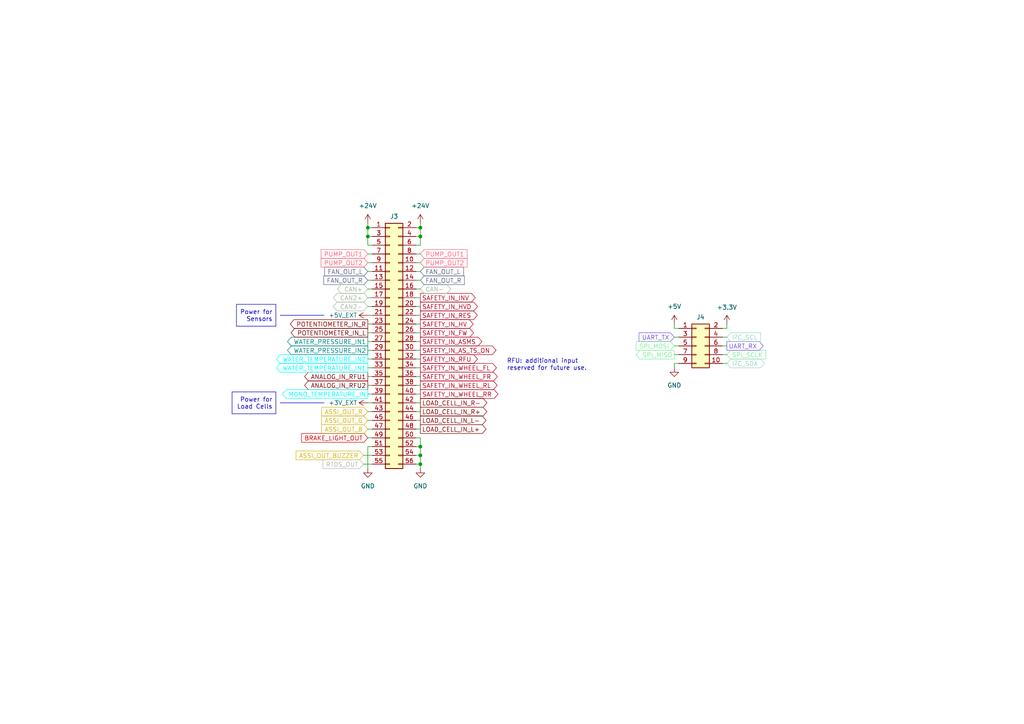
<source format=kicad_sch>
(kicad_sch (version 20230121) (generator eeschema)
  (paper "A4")
  (title_block (title "Connectors") (date "2023-11-17") (rev "${REVISION}") (company "Author: I. Kajdan") (comment 1 "Reviewer:"))
  (lib_symbols
    (symbol "Connector_Generic:Conn_02x05_Odd_Even" (pin_names (offset 1.016) hide)
      (property "Reference" "J" (at 1.27 7.62 0))
      (property "Value" "Conn_02x05_Odd_Even" (at 1.27 -7.62 0))
      (symbol "Conn_02x05_Odd_Even_1_1"
        (rectangle (start -1.27 -4.953) (end 0 -5.207) (stroke (width 0.1524)))
        (rectangle (start -1.27 -2.413) (end 0 -2.667) (stroke (width 0.1524)))
        (rectangle (start -1.27 0.127) (end 0 -0.127) (stroke (width 0.1524)))
        (rectangle (start -1.27 2.667) (end 0 2.413) (stroke (width 0.1524)))
        (rectangle (start -1.27 5.207) (end 0 4.953) (stroke (width 0.1524)))
        (rectangle (start -1.27 6.35) (end 3.81 -6.35) (stroke (width 0.254)) (fill (type background)))
        (rectangle (start 3.81 -4.953) (end 2.54 -5.207) (stroke (width 0.1524)))
        (rectangle (start 3.81 -2.413) (end 2.54 -2.667) (stroke (width 0.1524)))
        (rectangle (start 3.81 0.127) (end 2.54 -0.127) (stroke (width 0.1524)))
        (rectangle (start 3.81 2.667) (end 2.54 2.413) (stroke (width 0.1524)))
        (rectangle (start 3.81 5.207) (end 2.54 4.953) (stroke (width 0.1524)))
        (pin passive line (at -5.08 5.08 0) (length 3.81) (name "Pin_1") (number "1"))
        (pin passive line (at 7.62 -5.08 180) (length 3.81) (name "Pin_10") (number "10"))
        (pin passive line (at 7.62 5.08 180) (length 3.81) (name "Pin_2") (number "2"))
        (pin passive line (at -5.08 2.54 0) (length 3.81) (name "Pin_3") (number "3"))
        (pin passive line (at 7.62 2.54 180) (length 3.81) (name "Pin_4") (number "4"))
        (pin passive line (at -5.08 0 0) (length 3.81) (name "Pin_5") (number "5"))
        (pin passive line (at 7.62 0 180) (length 3.81) (name "Pin_6") (number "6"))
        (pin passive line (at -5.08 -2.54 0) (length 3.81) (name "Pin_7") (number "7"))
        (pin passive line (at 7.62 -2.54 180) (length 3.81) (name "Pin_8") (number "8"))
        (pin passive line (at -5.08 -5.08 0) (length 3.81) (name "Pin_9") (number "9"))
      )
    )
    (symbol "Connector_Generic:Conn_02x28_Odd_Even" (pin_names (offset 1.016) hide)
      (property "Reference" "J" (at 1.27 35.56 0))
      (property "Value" "Conn_02x28_Odd_Even" (at 1.27 -38.1 0))
      (symbol "Conn_02x28_Odd_Even_1_1"
        (rectangle (start -1.27 -35.433) (end 0 -35.687) (stroke (width 0.1524)))
        (rectangle (start -1.27 -32.893) (end 0 -33.147) (stroke (width 0.1524)))
        (rectangle (start -1.27 -30.353) (end 0 -30.607) (stroke (width 0.1524)))
        (rectangle (start -1.27 -27.813) (end 0 -28.067) (stroke (width 0.1524)))
        (rectangle (start -1.27 -25.273) (end 0 -25.527) (stroke (width 0.1524)))
        (rectangle (start -1.27 -22.733) (end 0 -22.987) (stroke (width 0.1524)))
        (rectangle (start -1.27 -20.193) (end 0 -20.447) (stroke (width 0.1524)))
        (rectangle (start -1.27 -17.653) (end 0 -17.907) (stroke (width 0.1524)))
        (rectangle (start -1.27 -15.113) (end 0 -15.367) (stroke (width 0.1524)))
        (rectangle (start -1.27 -12.573) (end 0 -12.827) (stroke (width 0.1524)))
        (rectangle (start -1.27 -10.033) (end 0 -10.287) (stroke (width 0.1524)))
        (rectangle (start -1.27 -7.493) (end 0 -7.747) (stroke (width 0.1524)))
        (rectangle (start -1.27 -4.953) (end 0 -5.207) (stroke (width 0.1524)))
        (rectangle (start -1.27 -2.413) (end 0 -2.667) (stroke (width 0.1524)))
        (rectangle (start -1.27 0.127) (end 0 -0.127) (stroke (width 0.1524)))
        (rectangle (start -1.27 2.667) (end 0 2.413) (stroke (width 0.1524)))
        (rectangle (start -1.27 5.207) (end 0 4.953) (stroke (width 0.1524)))
        (rectangle (start -1.27 7.747) (end 0 7.493) (stroke (width 0.1524)))
        (rectangle (start -1.27 10.287) (end 0 10.033) (stroke (width 0.1524)))
        (rectangle (start -1.27 12.827) (end 0 12.573) (stroke (width 0.1524)))
        (rectangle (start -1.27 15.367) (end 0 15.113) (stroke (width 0.1524)))
        (rectangle (start -1.27 17.907) (end 0 17.653) (stroke (width 0.1524)))
        (rectangle (start -1.27 20.447) (end 0 20.193) (stroke (width 0.1524)))
        (rectangle (start -1.27 22.987) (end 0 22.733) (stroke (width 0.1524)))
        (rectangle (start -1.27 25.527) (end 0 25.273) (stroke (width 0.1524)))
        (rectangle (start -1.27 28.067) (end 0 27.813) (stroke (width 0.1524)))
        (rectangle (start -1.27 30.607) (end 0 30.353) (stroke (width 0.1524)))
        (rectangle (start -1.27 33.147) (end 0 32.893) (stroke (width 0.1524)))
        (rectangle (start -1.27 34.29) (end 3.81 -36.83) (stroke (width 0.254)) (fill (type background)))
        (rectangle (start 3.81 -35.433) (end 2.54 -35.687) (stroke (width 0.1524)))
        (rectangle (start 3.81 -32.893) (end 2.54 -33.147) (stroke (width 0.1524)))
        (rectangle (start 3.81 -30.353) (end 2.54 -30.607) (stroke (width 0.1524)))
        (rectangle (start 3.81 -27.813) (end 2.54 -28.067) (stroke (width 0.1524)))
        (rectangle (start 3.81 -25.273) (end 2.54 -25.527) (stroke (width 0.1524)))
        (rectangle (start 3.81 -22.733) (end 2.54 -22.987) (stroke (width 0.1524)))
        (rectangle (start 3.81 -20.193) (end 2.54 -20.447) (stroke (width 0.1524)))
        (rectangle (start 3.81 -17.653) (end 2.54 -17.907) (stroke (width 0.1524)))
        (rectangle (start 3.81 -15.113) (end 2.54 -15.367) (stroke (width 0.1524)))
        (rectangle (start 3.81 -12.573) (end 2.54 -12.827) (stroke (width 0.1524)))
        (rectangle (start 3.81 -10.033) (end 2.54 -10.287) (stroke (width 0.1524)))
        (rectangle (start 3.81 -7.493) (end 2.54 -7.747) (stroke (width 0.1524)))
        (rectangle (start 3.81 -4.953) (end 2.54 -5.207) (stroke (width 0.1524)))
        (rectangle (start 3.81 -2.413) (end 2.54 -2.667) (stroke (width 0.1524)))
        (rectangle (start 3.81 0.127) (end 2.54 -0.127) (stroke (width 0.1524)))
        (rectangle (start 3.81 2.667) (end 2.54 2.413) (stroke (width 0.1524)))
        (rectangle (start 3.81 5.207) (end 2.54 4.953) (stroke (width 0.1524)))
        (rectangle (start 3.81 7.747) (end 2.54 7.493) (stroke (width 0.1524)))
        (rectangle (start 3.81 10.287) (end 2.54 10.033) (stroke (width 0.1524)))
        (rectangle (start 3.81 12.827) (end 2.54 12.573) (stroke (width 0.1524)))
        (rectangle (start 3.81 15.367) (end 2.54 15.113) (stroke (width 0.1524)))
        (rectangle (start 3.81 17.907) (end 2.54 17.653) (stroke (width 0.1524)))
        (rectangle (start 3.81 20.447) (end 2.54 20.193) (stroke (width 0.1524)))
        (rectangle (start 3.81 22.987) (end 2.54 22.733) (stroke (width 0.1524)))
        (rectangle (start 3.81 25.527) (end 2.54 25.273) (stroke (width 0.1524)))
        (rectangle (start 3.81 28.067) (end 2.54 27.813) (stroke (width 0.1524)))
        (rectangle (start 3.81 30.607) (end 2.54 30.353) (stroke (width 0.1524)))
        (rectangle (start 3.81 33.147) (end 2.54 32.893) (stroke (width 0.1524)))
        (pin passive line (at -5.08 33.02 0) (length 3.81) (name "Pin_1") (number "1"))
        (pin passive line (at 7.62 22.86 180) (length 3.81) (name "Pin_10") (number "10"))
        (pin passive line (at -5.08 20.32 0) (length 3.81) (name "Pin_11") (number "11"))
        (pin passive line (at 7.62 20.32 180) (length 3.81) (name "Pin_12") (number "12"))
        (pin passive line (at -5.08 17.78 0) (length 3.81) (name "Pin_13") (number "13"))
        (pin passive line (at 7.62 17.78 180) (length 3.81) (name "Pin_14") (number "14"))
        (pin passive line (at -5.08 15.24 0) (length 3.81) (name "Pin_15") (number "15"))
        (pin passive line (at 7.62 15.24 180) (length 3.81) (name "Pin_16") (number "16"))
        (pin passive line (at -5.08 12.7 0) (length 3.81) (name "Pin_17") (number "17"))
        (pin passive line (at 7.62 12.7 180) (length 3.81) (name "Pin_18") (number "18"))
        (pin passive line (at -5.08 10.16 0) (length 3.81) (name "Pin_19") (number "19"))
        (pin passive line (at 7.62 33.02 180) (length 3.81) (name "Pin_2") (number "2"))
        (pin passive line (at 7.62 10.16 180) (length 3.81) (name "Pin_20") (number "20"))
        (pin passive line (at -5.08 7.62 0) (length 3.81) (name "Pin_21") (number "21"))
        (pin passive line (at 7.62 7.62 180) (length 3.81) (name "Pin_22") (number "22"))
        (pin passive line (at -5.08 5.08 0) (length 3.81) (name "Pin_23") (number "23"))
        (pin passive line (at 7.62 5.08 180) (length 3.81) (name "Pin_24") (number "24"))
        (pin passive line (at -5.08 2.54 0) (length 3.81) (name "Pin_25") (number "25"))
        (pin passive line (at 7.62 2.54 180) (length 3.81) (name "Pin_26") (number "26"))
        (pin passive line (at -5.08 0 0) (length 3.81) (name "Pin_27") (number "27"))
        (pin passive line (at 7.62 0 180) (length 3.81) (name "Pin_28") (number "28"))
        (pin passive line (at -5.08 -2.54 0) (length 3.81) (name "Pin_29") (number "29"))
        (pin passive line (at -5.08 30.48 0) (length 3.81) (name "Pin_3") (number "3"))
        (pin passive line (at 7.62 -2.54 180) (length 3.81) (name "Pin_30") (number "30"))
        (pin passive line (at -5.08 -5.08 0) (length 3.81) (name "Pin_31") (number "31"))
        (pin passive line (at 7.62 -5.08 180) (length 3.81) (name "Pin_32") (number "32"))
        (pin passive line (at -5.08 -7.62 0) (length 3.81) (name "Pin_33") (number "33"))
        (pin passive line (at 7.62 -7.62 180) (length 3.81) (name "Pin_34") (number "34"))
        (pin passive line (at -5.08 -10.16 0) (length 3.81) (name "Pin_35") (number "35"))
        (pin passive line (at 7.62 -10.16 180) (length 3.81) (name "Pin_36") (number "36"))
        (pin passive line (at -5.08 -12.7 0) (length 3.81) (name "Pin_37") (number "37"))
        (pin passive line (at 7.62 -12.7 180) (length 3.81) (name "Pin_38") (number "38"))
        (pin passive line (at -5.08 -15.24 0) (length 3.81) (name "Pin_39") (number "39"))
        (pin passive line (at 7.62 30.48 180) (length 3.81) (name "Pin_4") (number "4"))
        (pin passive line (at 7.62 -15.24 180) (length 3.81) (name "Pin_40") (number "40"))
        (pin passive line (at -5.08 -17.78 0) (length 3.81) (name "Pin_41") (number "41"))
        (pin passive line (at 7.62 -17.78 180) (length 3.81) (name "Pin_42") (number "42"))
        (pin passive line (at -5.08 -20.32 0) (length 3.81) (name "Pin_43") (number "43"))
        (pin passive line (at 7.62 -20.32 180) (length 3.81) (name "Pin_44") (number "44"))
        (pin passive line (at -5.08 -22.86 0) (length 3.81) (name "Pin_45") (number "45"))
        (pin passive line (at 7.62 -22.86 180) (length 3.81) (name "Pin_46") (number "46"))
        (pin passive line (at -5.08 -25.4 0) (length 3.81) (name "Pin_47") (number "47"))
        (pin passive line (at 7.62 -25.4 180) (length 3.81) (name "Pin_48") (number "48"))
        (pin passive line (at -5.08 -27.94 0) (length 3.81) (name "Pin_49") (number "49"))
        (pin passive line (at -5.08 27.94 0) (length 3.81) (name "Pin_5") (number "5"))
        (pin passive line (at 7.62 -27.94 180) (length 3.81) (name "Pin_50") (number "50"))
        (pin passive line (at -5.08 -30.48 0) (length 3.81) (name "Pin_51") (number "51"))
        (pin passive line (at 7.62 -30.48 180) (length 3.81) (name "Pin_52") (number "52"))
        (pin passive line (at -5.08 -33.02 0) (length 3.81) (name "Pin_53") (number "53"))
        (pin passive line (at 7.62 -33.02 180) (length 3.81) (name "Pin_54") (number "54"))
        (pin passive line (at -5.08 -35.56 0) (length 3.81) (name "Pin_55") (number "55"))
        (pin passive line (at 7.62 -35.56 180) (length 3.81) (name "Pin_56") (number "56"))
        (pin passive line (at 7.62 27.94 180) (length 3.81) (name "Pin_6") (number "6"))
        (pin passive line (at -5.08 25.4 0) (length 3.81) (name "Pin_7") (number "7"))
        (pin passive line (at 7.62 25.4 180) (length 3.81) (name "Pin_8") (number "8"))
        (pin passive line (at -5.08 22.86 0) (length 3.81) (name "Pin_9") (number "9"))
      )
    )
    (symbol "Power_Ports:+3V_EXT" (power) (pin_names (offset 0))
      (property "Value" "+3V_EXT" (at 0 5.08 0))
      (symbol "+3V_EXT_0_1"
        (polyline (pts (xy -0.762 1.27) (xy 0 2.54)))
        (polyline (pts (xy 0 0) (xy 0 2.54)))
        (polyline (pts (xy 0 2.54) (xy 0.762 1.27)))
      )
      (symbol "+3V_EXT_1_1"
        (pin power_in line (at 0 0 90) (length 0) hide (name "+3V_EXT") (number "1"))
      )
    )
    (symbol "Power_Ports:+5V_EXT" (power) (pin_names (offset 0))
      (property "Value" "+5V_EXT" (at 0 5.08 0))
      (symbol "+5V_EXT_0_1"
        (polyline (pts (xy -0.762 1.27) (xy 0 2.54)))
        (polyline (pts (xy 0 0) (xy 0 2.54)))
        (polyline (pts (xy 0 2.54) (xy 0.762 1.27)))
      )
      (symbol "+5V_EXT_1_1"
        (pin power_in line (at 0 0 90) (length 0) hide (name "+5V_EXT") (number "1"))
      )
    )
    (symbol "power:+24V" (power) (pin_names (offset 0))
      (property "Value" "+24V" (at 0 3.556 0))
      (symbol "+24V_0_1"
        (polyline (pts (xy -0.762 1.27) (xy 0 2.54)))
        (polyline (pts (xy 0 0) (xy 0 2.54)))
        (polyline (pts (xy 0 2.54) (xy 0.762 1.27)))
      )
      (symbol "+24V_1_1"
        (pin power_in line (at 0 0 90) (length 0) hide (name "+24V") (number "1"))
      )
    )
    (symbol "power:+3.3V" (power) (pin_names (offset 0))
      (property "Value" "+3.3V" (at 0 3.556 0))
      (symbol "+3.3V_0_1"
        (polyline (pts (xy -0.762 1.27) (xy 0 2.54)))
        (polyline (pts (xy 0 0) (xy 0 2.54)))
        (polyline (pts (xy 0 2.54) (xy 0.762 1.27)))
      )
      (symbol "+3.3V_1_1"
        (pin power_in line (at 0 0 90) (length 0) hide (name "+3.3V") (number "1"))
      )
    )
    (symbol "power:+5V" (power) (pin_names (offset 0))
      (property "Value" "+5V" (at 0 3.556 0))
      (symbol "+5V_0_1"
        (polyline (pts (xy -0.762 1.27) (xy 0 2.54)))
        (polyline (pts (xy 0 0) (xy 0 2.54)))
        (polyline (pts (xy 0 2.54) (xy 0.762 1.27)))
      )
      (symbol "+5V_1_1"
        (pin power_in line (at 0 0 90) (length 0) hide (name "+5V") (number "1"))
      )
    )
    (symbol "power:GND" (power) (pin_names (offset 0))
      (property "Value" "GND" (at 0 -3.81 0))
      (symbol "GND_0_1"
        (polyline (pts (xy 0 0) (xy 0 -1.27) (xy 1.27 -1.27) (xy 0 -2.54) (xy -1.27 -1.27) (xy 0 -1.27)))
      )
      (symbol "GND_1_1"
        (pin power_in line (at 0 0 270) (length 0) hide (name "GND") (number "1"))
      )
    )
  )
  (junction (at 121.92 68.58))
  (junction (at 121.92 134.62))
  (junction (at 121.92 129.54))
  (junction (at 121.92 66.04))
  (junction (at 106.68 68.58))
  (junction (at 121.92 132.08))
  (junction (at 106.68 66.04))
  (wire (pts (xy 195.58 97.79) (xy 196.85 97.79)))
  (polyline (pts (xy 93.98 91.44) (xy 81.28 91.44)))
  (wire (pts (xy 195.58 105.41) (xy 196.85 105.41)))
  (wire (pts (xy 120.65 116.84) (xy 121.92 116.84)))
  (wire (pts (xy 106.68 109.22) (xy 107.95 109.22)))
  (wire (pts (xy 106.68 78.74) (xy 107.95 78.74)))
  (wire (pts (xy 120.65 86.36) (xy 121.92 86.36)))
  (wire (pts (xy 120.65 73.66) (xy 121.92 73.66)))
  (wire (pts (xy 121.92 127) (xy 121.92 129.54)))
  (wire (pts (xy 121.92 135.89) (xy 121.92 134.62)))
  (wire (pts (xy 105.41 134.62) (xy 107.95 134.62)))
  (wire (pts (xy 120.65 99.06) (xy 121.92 99.06)))
  (wire (pts (xy 106.68 81.28) (xy 107.95 81.28)))
  (wire (pts (xy 120.65 71.12) (xy 121.92 71.12)))
  (wire (pts (xy 210.82 97.79) (xy 209.55 97.79)))
  (wire (pts (xy 106.68 99.06) (xy 107.95 99.06)))
  (wire (pts (xy 120.65 106.68) (xy 121.92 106.68)))
  (wire (pts (xy 106.68 76.2) (xy 107.95 76.2)))
  (wire (pts (xy 120.65 124.46) (xy 121.92 124.46)))
  (wire (pts (xy 106.68 86.36) (xy 107.95 86.36)))
  (wire (pts (xy 120.65 91.44) (xy 121.92 91.44)))
  (wire (pts (xy 121.92 121.92) (xy 120.65 121.92)))
  (wire (pts (xy 210.82 95.25) (xy 209.55 95.25)))
  (wire (pts (xy 120.65 104.14) (xy 121.92 104.14)))
  (wire (pts (xy 121.92 129.54) (xy 120.65 129.54)))
  (wire (pts (xy 121.92 127) (xy 120.65 127)))
  (wire (pts (xy 106.68 91.44) (xy 107.95 91.44)))
  (wire (pts (xy 121.92 66.04) (xy 120.65 66.04)))
  (wire (pts (xy 120.65 68.58) (xy 121.92 68.58)))
  (wire (pts (xy 121.92 68.58) (xy 121.92 66.04)))
  (wire (pts (xy 106.68 114.3) (xy 107.95 114.3)))
  (wire (pts (xy 121.92 78.74) (xy 120.65 78.74)))
  (wire (pts (xy 107.95 71.12) (xy 106.68 71.12)))
  (wire (pts (xy 120.65 132.08) (xy 121.92 132.08)))
  (wire (pts (xy 121.92 119.38) (xy 120.65 119.38)))
  (wire (pts (xy 106.68 93.98) (xy 107.95 93.98)))
  (wire (pts (xy 120.65 83.82) (xy 121.92 83.82)))
  (wire (pts (xy 106.68 106.68) (xy 107.95 106.68)))
  (wire (pts (xy 106.68 96.52) (xy 107.95 96.52)))
  (wire (pts (xy 106.68 127) (xy 107.95 127)))
  (wire (pts (xy 106.68 73.66) (xy 107.95 73.66)))
  (wire (pts (xy 210.82 100.33) (xy 209.55 100.33)))
  (wire (pts (xy 210.82 105.41) (xy 209.55 105.41)))
  (wire (pts (xy 120.65 76.2) (xy 121.92 76.2)))
  (wire (pts (xy 121.92 96.52) (xy 120.65 96.52)))
  (wire (pts (xy 106.68 116.84) (xy 107.95 116.84)))
  (wire (pts (xy 107.95 129.54) (xy 106.68 129.54)))
  (wire (pts (xy 120.65 101.6) (xy 121.92 101.6)))
  (polyline (pts (xy 93.98 116.84) (xy 81.28 116.84)))
  (wire (pts (xy 106.68 83.82) (xy 107.95 83.82)))
  (wire (pts (xy 106.68 101.6) (xy 107.95 101.6)))
  (wire (pts (xy 106.68 129.54) (xy 106.68 135.89)))
  (wire (pts (xy 121.92 132.08) (xy 121.92 134.62)))
  (wire (pts (xy 121.92 71.12) (xy 121.92 68.58)))
  (wire (pts (xy 195.58 100.33) (xy 196.85 100.33)))
  (wire (pts (xy 107.95 66.04) (xy 106.68 66.04)))
  (wire (pts (xy 120.65 109.22) (xy 121.92 109.22)))
  (wire (pts (xy 106.68 121.92) (xy 107.95 121.92)))
  (wire (pts (xy 106.68 66.04) (xy 106.68 64.77)))
  (wire (pts (xy 106.68 68.58) (xy 106.68 66.04)))
  (wire (pts (xy 121.92 134.62) (xy 120.65 134.62)))
  (wire (pts (xy 195.58 102.87) (xy 196.85 102.87)))
  (wire (pts (xy 106.68 119.38) (xy 107.95 119.38)))
  (wire (pts (xy 106.68 88.9) (xy 107.95 88.9)))
  (wire (pts (xy 121.92 81.28) (xy 120.65 81.28)))
  (wire (pts (xy 121.92 93.98) (xy 120.65 93.98)))
  (wire (pts (xy 121.92 129.54) (xy 121.92 132.08)))
  (wire (pts (xy 210.82 93.98) (xy 210.82 95.25)))
  (wire (pts (xy 120.65 111.76) (xy 121.92 111.76)))
  (wire (pts (xy 210.82 102.87) (xy 209.55 102.87)))
  (wire (pts (xy 106.68 124.46) (xy 107.95 124.46)))
  (wire (pts (xy 106.68 104.14) (xy 107.95 104.14)))
  (wire (pts (xy 107.95 68.58) (xy 106.68 68.58)))
  (wire (pts (xy 120.65 114.3) (xy 121.92 114.3)))
  (wire (pts (xy 106.68 71.12) (xy 106.68 68.58)))
  (wire (pts (xy 196.85 95.25) (xy 195.58 95.25)))
  (wire (pts (xy 195.58 106.68) (xy 195.58 105.41)))
  (wire (pts (xy 121.92 64.77) (xy 121.92 66.04)))
  (wire (pts (xy 106.68 111.76) (xy 107.95 111.76)))
  (wire (pts (xy 105.41 132.08) (xy 107.95 132.08)))
  (wire (pts (xy 120.65 88.9) (xy 121.92 88.9)))
  (wire (pts (xy 195.58 95.25) (xy 195.58 93.98)))
  (text_box "Power for Sensors" (at 68.58 88.265 0) (size 11.43 6.35) (effects (font (size 1.27 1.27)) (justify right)))
  (text_box "Power for Load Cells" (at 67.31 113.665 0) (size 12.7 6.35) (effects (font (size 1.27 1.27)) (justify right)))
  (text_box "RFU: additional input reserved for future use." (at 146.05 102.87 0) (size 29.21 5.08) (stroke (width -0.0001)) (effects (font (size 1.27 1.27)) (justify left top)))
  (global_label "WATER_PRESSURE_IN1" (shape output) (at 106.68 99.06 180) (property "Intersheetrefs" "${INTERSHEET_REFS}" (effects hide)))
  (global_label "SAFETY_IN_RFU" (shape output) (at 121.92 104.14 0) (property "Intersheetrefs" "${INTERSHEET_REFS}" (effects hide)))
  (global_label "ASSI_OUT_B" (shape input) (at 106.68 124.46 180) (property "Intersheetrefs" "${INTERSHEET_REFS}" (effects hide)))
  (global_label "CAN2-" (shape bidirectional) (at 106.68 88.9 180) (property "Intersheetrefs" "${INTERSHEET_REFS}" (effects hide)))
  (global_label "SAFETY_IN_INV" (shape output) (at 121.92 86.36 0) (property "Intersheetrefs" "${INTERSHEET_REFS}" (effects hide)))
  (global_label "CAN-" (shape bidirectional) (at 121.92 83.82 0) (property "Intersheetrefs" "${INTERSHEET_REFS}" (effects hide)))
  (global_label "PUMP_OUT1" (shape input) (at 106.68 73.66 180) (property "Intersheetrefs" "${INTERSHEET_REFS}" (effects hide)))
  (global_label "FAN_OUT_R" (shape input) (at 106.68 81.28 180) (property "Intersheetrefs" "${INTERSHEET_REFS}" (effects hide)))
  (global_label "SPI_SCLK" (shape input) (at 210.82 102.87 0) (property "Intersheetrefs" "${INTERSHEET_REFS}" (effects hide)))
  (global_label "WATER_PRESSURE_IN2" (shape output) (at 106.68 101.6 180) (property "Intersheetrefs" "${INTERSHEET_REFS}" (effects hide)))
  (global_label "SAFETY_IN_WHEEL_RR" (shape output) (at 121.92 114.3 0) (property "Intersheetrefs" "${INTERSHEET_REFS}" (effects hide)))
  (global_label "SPI_MISO" (shape output) (at 195.58 102.87 180) (property "Intersheetrefs" "${INTERSHEET_REFS}" (effects hide)))
  (global_label "WATER_TEMPERATURE_IN1" (shape output) (at 106.68 106.68 180) (property "Intersheetrefs" "${INTERSHEET_REFS}" (effects hide)))
  (global_label "ASSI_OUT_R" (shape input) (at 106.68 119.38 180) (property "Intersheetrefs" "${INTERSHEET_REFS}" (effects hide)))
  (global_label "SAFETY_IN_HV" (shape output) (at 121.92 93.98 0) (property "Intersheetrefs" "${INTERSHEET_REFS}" (effects hide)))
  (global_label "CAN2+" (shape bidirectional) (at 106.68 86.36 180) (property "Intersheetrefs" "${INTERSHEET_REFS}" (effects hide)))
  (global_label "UART_RX" (shape output) (at 210.82 100.33 0) (property "Intersheetrefs" "${INTERSHEET_REFS}" (effects hide)))
  (global_label "LOAD_CELL_IN_R+" (shape output) (at 121.92 119.38 0) (property "Intersheetrefs" "${INTERSHEET_REFS}" (effects hide)))
  (global_label "SAFETY_IN_FW" (shape output) (at 121.92 96.52 0) (property "Intersheetrefs" "${INTERSHEET_REFS}" (effects hide)))
  (global_label "ASSI_OUT_BUZZER" (shape input) (at 105.41 132.08 180) (property "Intersheetrefs" "${INTERSHEET_REFS}" (effects hide)))
  (global_label "SPI_MOSI" (shape input) (at 195.58 100.33 180) (property "Intersheetrefs" "${INTERSHEET_REFS}" (effects hide)))
  (global_label "UART_TX" (shape input) (at 195.58 97.79 180) (property "Intersheetrefs" "${INTERSHEET_REFS}" (effects hide)))
  (global_label "LOAD_CELL_IN_R-" (shape output) (at 121.92 116.84 0) (property "Intersheetrefs" "${INTERSHEET_REFS}" (effects hide)))
  (global_label "LOAD_CELL_IN_L+" (shape output) (at 121.92 124.46 0) (property "Intersheetrefs" "${INTERSHEET_REFS}" (effects hide)))
  (global_label "CAN+" (shape bidirectional) (at 106.68 83.82 180) (property "Intersheetrefs" "${INTERSHEET_REFS}" (effects hide)))
  (global_label "SAFETY_IN_AS_TS_ON" (shape output) (at 121.92 101.6 0) (property "Intersheetrefs" "${INTERSHEET_REFS}" (effects hide)))
  (global_label "MONO_TEMPERATURE_IN" (shape output) (at 106.68 114.3 180) (property "Intersheetrefs" "${INTERSHEET_REFS}" (effects hide)))
  (global_label "FAN_OUT_L" (shape input) (at 121.92 78.74 0) (property "Intersheetrefs" "${INTERSHEET_REFS}" (effects hide)))
  (global_label "SAFETY_IN_HVD" (shape output) (at 121.92 88.9 0) (property "Intersheetrefs" "${INTERSHEET_REFS}" (effects hide)))
  (global_label "FAN_OUT_L" (shape input) (at 106.68 78.74 180) (property "Intersheetrefs" "${INTERSHEET_REFS}" (effects hide)))
  (global_label "PUMP_OUT2" (shape input) (at 106.68 76.2 180) (property "Intersheetrefs" "${INTERSHEET_REFS}" (effects hide)))
  (global_label "ANALOG_IN_RFU2" (shape output) (at 106.68 111.76 180) (property "Intersheetrefs" "${INTERSHEET_REFS}" (effects hide)))
  (global_label "BRAKE_LIGHT_OUT" (shape input) (at 106.68 127 180) (property "Intersheetrefs" "${INTERSHEET_REFS}" (effects hide)))
  (global_label "LOAD_CELL_IN_L-" (shape output) (at 121.92 121.92 0) (property "Intersheetrefs" "${INTERSHEET_REFS}" (effects hide)))
  (global_label "RTDS_OUT" (shape input) (at 105.41 134.62 180) (property "Intersheetrefs" "${INTERSHEET_REFS}" (effects hide)))
  (global_label "I^{2}C_SDA" (shape bidirectional) (at 210.82 105.41 0) (property "Intersheetrefs" "${INTERSHEET_REFS}" (effects hide)))
  (global_label "PUMP_OUT1" (shape input) (at 121.92 73.66 0) (property "Intersheetrefs" "${INTERSHEET_REFS}" (effects hide)))
  (global_label "PUMP_OUT2" (shape input) (at 121.92 76.2 0) (property "Intersheetrefs" "${INTERSHEET_REFS}" (effects hide)))
  (global_label "SAFETY_IN_ASMS" (shape output) (at 121.92 99.06 0) (property "Intersheetrefs" "${INTERSHEET_REFS}" (effects hide)))
  (global_label "SAFETY_IN_WHEEL_FR" (shape output) (at 121.92 109.22 0) (property "Intersheetrefs" "${INTERSHEET_REFS}" (effects hide)))
  (global_label "POTENTIOMETER_IN_R" (shape output) (at 106.68 93.98 180) (property "Intersheetrefs" "${INTERSHEET_REFS}" (effects hide)))
  (global_label "ANALOG_IN_RFU1" (shape output) (at 106.68 109.22 180) (property "Intersheetrefs" "${INTERSHEET_REFS}" (effects hide)))
  (global_label "POTENTIOMETER_IN_L" (shape output) (at 106.68 96.52 180) (property "Intersheetrefs" "${INTERSHEET_REFS}" (effects hide)))
  (global_label "SAFETY_IN_RES" (shape output) (at 121.92 91.44 0) (property "Intersheetrefs" "${INTERSHEET_REFS}" (effects hide)))
  (global_label "I^{2}C_SCL" (shape input) (at 210.82 97.79 0) (property "Intersheetrefs" "${INTERSHEET_REFS}" (effects hide)))
  (global_label "FAN_OUT_R" (shape input) (at 121.92 81.28 0) (property "Intersheetrefs" "${INTERSHEET_REFS}" (effects hide)))
  (global_label "SAFETY_IN_WHEEL_FL" (shape output) (at 121.92 106.68 0) (property "Intersheetrefs" "${INTERSHEET_REFS}" (effects hide)))
  (global_label "WATER_TEMPERATURE_IN2" (shape output) (at 106.68 104.14 180) (property "Intersheetrefs" "${INTERSHEET_REFS}" (effects hide)))
  (global_label "ASSI_OUT_G" (shape input) (at 106.68 121.92 180) (property "Intersheetrefs" "${INTERSHEET_REFS}" (effects hide)))
  (global_label "SAFETY_IN_WHEEL_RL" (shape output) (at 121.92 111.76 0) (property "Intersheetrefs" "${INTERSHEET_REFS}" (effects hide)))
  (symbol (lib_id "power:+5V") (at 195.58 93.98 0) (unit 1)
    (property "Reference" "#PWR056" (effects hide))
    (property "Value" "+5V" (at 195.58 88.9 0))
  )
  (symbol (lib_id "Power_Ports:+5V_EXT") (at 106.68 91.44 90) (unit 1)
    (property "Reference" "#PWR051" (effects hide))
    (property "Value" "+5V_EXT" (at 95.25 91.44 90) (effects (justify right)))
  )
  (symbol (lib_id "power:+3.3V") (at 210.82 93.98 0) (unit 1)
    (property "Reference" "#PWR058" (effects hide))
    (property "Value" "+3.3V" (at 210.82 89.154 0))
  )
  (symbol (lib_id "power:GND") (at 195.58 106.68 0) (unit 1)
    (property "Reference" "#PWR057" (effects hide))
    (property "Value" "GND" (at 195.58 111.76 0))
  )
  (symbol (lib_id "power:GND") (at 121.92 135.89 0) (mirror y) (unit 1)
    (property "Reference" "#PWR055" (effects hide))
    (property "Value" "GND" (at 121.92 140.97 0))
  )
  (symbol (lib_id "power:+24V") (at 106.68 64.77 0) (unit 1)
    (property "Reference" "#PWR050" (effects hide))
    (property "Value" "+24V" (at 106.68 59.69 0))
  )
  (symbol (lib_id "Connector_Generic:Conn_02x28_Odd_Even") (at 113.03 99.06 0) (unit 1)
    (property "Reference" "J3" (at 114.3 63.5 0) (effects (justify bottom)))
    (property "Value" "Conn_02x28_Top_Bottom" (effects hide))
    (property "Footprint" "Local_Library:PinHeader_2x28_P2.00mm_Horizontal" (effects hide))
  )
  (symbol (lib_id "Power_Ports:+3V_EXT") (at 106.68 116.84 90) (unit 1)
    (property "Reference" "#PWR052" (effects hide))
    (property "Value" "+3V_EXT" (at 95.25 116.84 90) (effects (justify right)))
  )
  (symbol (lib_id "Connector_Generic:Conn_02x05_Odd_Even") (at 201.93 100.33 0) (unit 1)
    (property "Reference" "J4" (at 203.2 92.71 0) (effects (justify bottom)))
    (property "Value" "Auxiliary" (effects hide))
    (property "Footprint" "Connector_PinHeader_1.27mm:PinHeader_2x05_P1.27mm_Vertical_SMD" (effects hide))
  )
  (symbol (lib_id "power:GND") (at 106.68 135.89 0) (mirror y) (unit 1)
    (property "Reference" "#PWR053" (effects hide))
    (property "Value" "GND" (at 106.68 140.97 0))
  )
  (symbol (lib_id "power:+24V") (at 121.92 64.77 0) (unit 1)
    (property "Reference" "#PWR054" (effects hide))
    (property "Value" "+24V" (at 121.92 59.69 0))
  )
)
</source>
